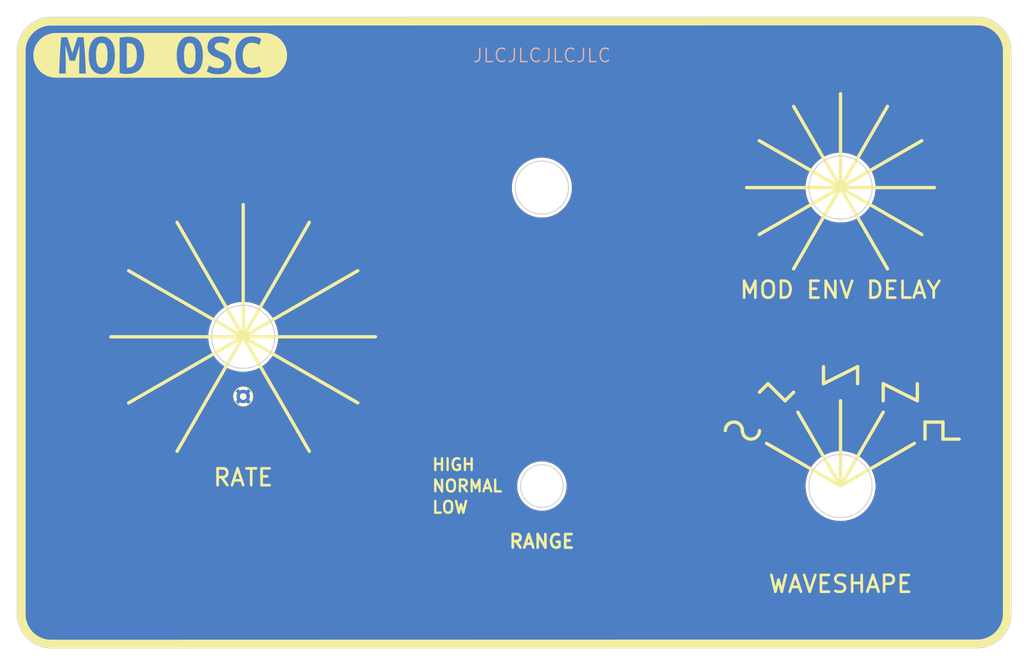
<source format=kicad_pcb>
(kicad_pcb (version 20211014) (generator pcbnew)
  (title_block (title "Josh Ox Ribbon Synth Mod Osc panel") (date "2022-07-13") (rev "0") (comment 2 "creativecommons.org.licences/by.4.0") (comment 3 "license: CC by 4.0") (comment 4 "Author: Jordan Aceto"))
  (layers (0 "F.Cu" signal) (31 "B.Cu" signal) (34 "B.Paste" user) (35 "F.Paste" user) (36 "B.SilkS" user "B.Silkscreen") (37 "F.SilkS" user "F.Silkscreen") (38 "B.Mask" user) (39 "F.Mask" user "footprints") (44 "Edge.Cuts" user))
  (net 0 "")
  (net 1 "GND")
  (footprint "TestPoint:TestPoint_Keystone_5000-5004_Miniature" (layer "F.Cu") (at 96.012 108.331)
    (fp_text reference "TP1" hide)
    (fp_text value "dummy")
    (fp_circle (center 0 0) (end 1.4 0) (layer "F.SilkS") (width 0.15) (fill none))
    (pad "1" thru_hole circle (at 0 0) (size 2 2) (drill 1) (layers *.Cu *.Mask) (net 1 "GND"))
  )
  (footprint "kibuzzard-62C2EBC0" (layer "F.Cu") (at 83.662 57.516)
    (fp_text reference "kibuzzard-62C2EBC0" hide)
    (fp_text value "G***" hide)
    (fp_poly (pts (xy 3.544888 0) (xy 3.552528 0.380901) (xy 3.575447 0.737791) (xy 3.697685 1.335881) (xy 3.955257 1.737519) (xy 4.400551 1.88595) (xy 4.841479 1.737519) (xy 5.103416 1.331516) (xy 5.225654 0.733425) (xy 5.248573 0.379809) (xy 5.256213 0) (xy 5.248573 -0.380901) (xy 5.225654 -0.737791) (xy 5.103416 -1.335881) (xy 4.845844 -1.737519) (xy 4.400551 -1.88595) (xy 3.955257 -1.737519) (xy 3.697685 -1.331516) (xy 3.575447 -0.733425) (xy 3.552528 -0.379809) (xy 3.544888 0)) (layer "F.SilkS") (width 0) (fill solid))
    (fp_poly (pts (xy -9.551987 0) (xy -9.544347 0.380901) (xy -9.521428 0.737791) (xy -9.39919 1.335881) (xy -9.141618 1.737519) (xy -8.696324 1.88595) (xy -8.255396 1.737519) (xy -7.993459 1.331516) (xy -7.871221 0.733425) (xy -7.848302 0.379809) (xy -7.840662 0) (xy -7.848302 -0.380901) (xy -7.871221 -0.737791) (xy -7.993459 -1.335881) (xy -8.251031 -1.737519) (xy -8.696324 -1.88595) (xy -9.141618 -1.737519) (xy -9.39919 -1.331516) (xy -9.521428 -0.733425) (xy -9.544347 -0.379809) (xy -9.551987 0)) (layer "F.SilkS") (width 0) (fill solid))
    (fp_poly (pts (xy -15.043943 -3.332824) (xy -13.839031 -2.697956) (xy -13.686234 -2.226469) (xy -13.489781 -1.60655) (xy -13.280231 -0.934244) (xy -13.079412 -0.305594) (xy -12.861131 -0.973534) (xy -12.642849 -1.637109) (xy -12.450762 -2.2352) (xy -12.293599 -2.697956) (xy -11.403012 -2.697956) (xy -11.342985 -1.999456) (xy -11.28514 -1.318419) (xy -11.232753 -0.649387) (xy -10.643393 0) (xy -10.611197 -0.655662) (xy -10.514607 -1.225649) (xy -10.353625 -1.709961) (xy -10.128249 -2.108597) (xy -9.740194 -2.503928) (xy -9.262886 -2.741127) (xy -8.696324 -2.820194) (xy -8.112301 -2.741127) (xy -7.629172 -2.503928) (xy -7.246937 -2.108597) (xy -7.029201 -1.709961) (xy -6.873676 -1.225649) (xy -6.042024 2.645569) (xy -6.042024 -2.628106) (xy -5.352256 -2.732881) (xy -4.749799 -2.759075) (xy -4.240113 -2.719784) (xy -3.776265 -2.601913) (xy -3.369171 -2.400002) (xy -3.029743 -2.108597) (xy -2.757983 -1.726605) (xy -2.55389 -1.252934) (xy -2.426196 -0.679946) (xy -2.383631 0) (xy 2.453482 0) (xy 2.485678 -0.655662) (xy 2.582268 -1.225649) (xy 2.74325 -1.709961) (xy 2.968626 -2.108597) (xy 3.356681 -2.503928) (xy 3.833989 -2.741127) (xy 4.400551 -2.820194) (xy 4.984574 -2.741127) (xy 5.467703 -2.503928) (xy 5.849938 -2.108597) (xy 6.067674 -1.709961) (xy 6.223199 -1.225649) (xy 6.316514 -0.655662) (xy 6.347619 0) (xy 6.315969 0.655662) (xy 6.221016 1.225649) (xy 6.062762 1.709961) (xy 6.932613 2.409825) (xy 7.246938 1.5367) (xy 7.810104 1.798638) (xy 8.173542 1.890316) (xy 8.609013 1.920875) (xy 9.058672 1.864122) (xy 9.342438 1.706959) (xy 9.486504 1.479947) (xy 9.525794 1.222375) (xy 9.429751 0.925513) (xy 9.185276 0.694134) (xy 8.853488 0.510778) (xy 8.486776 0.357981) (xy 7.980363 0.157163) (xy 7.50451 -0.130969) (xy 7.150894 -0.563166) (xy 7.011194 -1.204913) (xy 7.134523 -1.881584) (xy 7.50451 -2.392363) (xy 7.874618 -2.630047) (xy 8.327188 -2.772657) (xy 8.862219 -2.820194) (xy 9.32825 -2.791817) (xy 9.730979 -2.706688) (xy 10.355263 -2.453481) (xy 10.040938 -1.624013) (xy 9.556354 -1.833563) (xy 8.940801 -1.920875) (xy 8.465433 -1.851995) (xy 8.180212 -1.645356) (xy 8.085138 -1.300956) (xy 8.172451 -1.025922) (xy 8.395097 -0.816372) (xy 8.700691 -0.654844) (xy 9.036844 -0.523875) (xy 9.565085 -0.309959) (xy 10.071497 0.004366) (xy 10.451307 0.493316) (xy 10.56263 0.824012) (xy 10.599738 1.231106) (xy 10.476409 1.904504) (xy 10.106422 2.405459) (xy 9.720792 2.635867) (xy 9.221656 2.774112) (xy 13.533438 2.820194) (xy 12.831058 2.738702) (xy 12.248974 2.494227) (xy 11.787188 2.086769) (xy 11.523613 1.681311) (xy 11.335346 1.198364) (xy 11.222385 0.637927) (xy 11.184732 0) (xy 11.230571 -0.635198) (xy 11.368088 -1.196181) (xy 11.587461 -1.679674) (xy 11.878866 -2.082403) (xy 12.236847 -2.401094) (xy 12.655947 -2.632472) (xy 13.126344 -2.773263) (xy 13.638213 -2.820194) (xy 14.157722 -2.772172) (xy 14.563726 -2.663031) (xy 14.856222 -2.532063) (xy 15.035213 -2.427288) (xy 14.755813 -1.571625) (xy 14.271229 -1.794272) (xy 13.620751 -1.88595) (xy 13.127435 -1.794272) (xy 12.699604 -1.488678) (xy 12.39401 -0.916781) (xy 12.305606 -0.515144) (xy 12.276138 -0.026194) (xy 12.311548 0.542793) (xy 12.417778 1.015735) (xy 12.594829 1.392634) (xy 13.01502 1.762621) (xy 13.638213 1.88595) (xy 14.332347 1.789906) (xy 14.773276 1.597819) (xy 15.043944 2.44475) (xy 14.428391 2.702322) (xy 14.010383 2.790726) (xy 13.533438 2.820194) (xy 9.221656 2.774112) (xy 8.609013 2.820194) (xy 8.004374 2.784177) (xy 7.535069 2.676128) (xy 6.932613 2.409825) (xy 6.062762 1.709961) (xy 5.841207 2.108597) (xy 5.457032 2.503928) (xy 4.979723 2.741127) (xy 4.409282 2.820194) (xy 3.824773 2.741127) (xy 3.340189 2.503928) (xy 2.955529 2.108597) (xy 2.735883 1.709961) (xy 2.578994 1.225649) (xy 2.48486 0.655662) (xy 2.453482 0) (xy -2.383631 0) (xy -2.430561 0.695226) (xy -2.571353 1.279128) (xy -2.795091 1.758255) (xy -3.090862 2.139156) (xy -3.4543 2.426196) (xy -3.88104 2.623741) (xy -4.36235 2.738338) (xy -4.889499 2.776538) (xy -5.452665 2.745978) (xy -6.042024 2.645569) (xy -6.873676 -1.225649) (xy -6.780361 -0.655662) (xy -6.749256 0) (xy -6.780906 0.655662) (xy -6.875859 1.225649) (xy -7.034113 1.709961) (xy -7.255668 2.108597) (xy -7.639843 2.503928) (xy -8.117152 2.741127) (xy -8.687593 2.820194) (xy -9.272102 2.741127) (xy -9.756686 2.503928) (xy -10.141346 2.108597) (xy -10.360992 1.709961) (xy -10.517881 1.225649) (xy -10.612015 0.655662) (xy -10.643393 0) (xy -11.232753 -0.649387) (xy -11.189096 0.013097) (xy -11.15308 0.674489) (xy -11.123612 1.340247) (xy -11.099601 2.015827) (xy -11.079956 2.706688) (xy -12.066587 2.706688) (xy -12.014199 -1.493044) (xy -12.677774 0.794544) (xy -13.463587 0.794544) (xy -14.100968 -1.493044) (xy -14.057312 2.706688) (xy -15.043943 2.706688) (xy -15.016658 2.030016) (xy -14.98719 1.32715) (xy -14.955539 0.61337) (xy -14.921706 -0.096044) (xy -14.883506 -0.792361) (xy -14.838759 -1.46685) (xy -14.787463 -2.106414) (xy -14.729618 -2.697956) (xy -13.839031 -2.697956) (xy -15.043943 -3.332824) (xy -15.556573 -3.332824) (xy -16.206775 -3.268785) (xy -16.83199 -3.079128) (xy -17.408191 -2.771142) (xy -17.913236 -2.356662) (xy -18.327715 -1.851618) (xy -18.635701 -1.275417) (xy -18.825358 -0.650202) (xy -18.889397 0) (xy -18.825358 0.650202) (xy -18.635701 1.275417) (xy -18.327715 1.851618) (xy -17.913236 2.356662) (xy -17.408191 2.771142) (xy -16.83199 3.079128) (xy -16.206775 3.268785) (xy -15.556573 3.332824) (xy -15.043943 3.332824) (xy 15.043944 3.332824) (xy 15.556575 3.332824) (xy 16.206776 3.268784) (xy 16.831991 3.079128) (xy 17.408192 2.771141) (xy 17.913236 2.356662) (xy 18.327715 1.851617) (xy 18.635701 1.275416) (xy 18.825358 0.650202) (xy 18.889397 0) (xy 18.825358 -0.650202) (xy 18.635701 -1.275416) (xy 18.327715 -1.851617) (xy 17.913236 -2.356662) (xy 17.408192 -2.771141) (xy 16.831991 -3.079128) (xy 16.206776 -3.268784) (xy 15.556575 -3.332824) (xy 15.043944 -3.332824) (xy -15.043943 -3.332824)) (layer "F.SilkS") (width 0) (fill solid))
    (fp_poly (pts (xy -4.968081 1.833563) (xy -4.872037 1.842294) (xy -4.775993 1.842294) (xy -4.16044 1.702594) (xy -3.758803 1.318419) (xy -3.540521 0.737791) (xy -3.491408 0.385266) (xy -3.475037 0) (xy -3.527424 -0.681038) (xy -3.710781 -1.266031) (xy -4.068762 -1.672034) (xy -4.653756 -1.824831) (xy -4.810918 -1.820466) (xy -4.968081 -1.798638) (xy -4.968081 1.833563)) (layer "F.SilkS") (width 0) (fill solid))
  )
  (gr_line (start 184.912 121.666) (end 184.912 108.966) (layer "F.SilkS") (width 0.5))
  (gr_line (start 184.912 77.216) (end 172.813625 84.201) (layer "F.SilkS") (width 0.5))
  (gr_line (start 187.452 103.886) (end 187.452 106.426) (layer "F.SilkS") (width 0.5))
  (gr_line (start 96.012 99.441) (end 86.1695 116.48871) (layer "F.SilkS") (width 0.5))
  (gr_line (start 191.262 108.966) (end 191.262 106.426) (layer "F.SilkS") (width 0.5))
  (gr_arc (start 209.708911 140.716) (mid 208.407001 143.859094) (end 205.263911 145.161) (layer "F.SilkS") (width 1.27))
  (gr_line (start 184.912 77.216) (end 177.927 89.314375) (layer "F.SilkS") (width 0.5))
  (gr_line (start 174.117 106.426) (end 176.657 108.966) (layer "F.SilkS") (width 0.5))
  (gr_line (start 196.342 106.426) (end 196.342 108.966) (layer "F.SilkS") (width 0.5))
  (gr_line (start 96.012 99.441) (end 96.012 79.756) (layer "F.SilkS") (width 0.5))
  (gr_line (start 182.372 106.426) (end 187.452 103.886) (layer "F.SilkS") (width 0.5))
  (gr_line (start 67.437 52.451) (end 205.263911 52.419088) (layer "F.SilkS") (width 1.27))
  (gr_line (start 184.912 77.216) (end 177.927 65.117625) (layer "F.SilkS") (width 0.5))
  (gr_line (start 96.012 99.441) (end 76.327 99.441) (layer "F.SilkS") (width 0.5))
  (gr_arc (start 167.767 113.411) (mid 169.037 112.141) (end 170.307 113.411) (layer "F.SilkS") (width 0.5))
  (gr_line (start 197.485 112.141) (end 200.152 112.141) (layer "F.SilkS") (width 0.5))
  (gr_line (start 200.152 114.681) (end 202.565 114.681) (layer "F.SilkS") (width 0.5))
  (gr_line (start 184.912 77.216) (end 197.010375 84.201) (layer "F.SilkS") (width 0.5))
  (gr_line (start 182.372 106.426) (end 182.372 103.886) (layer "F.SilkS") (width 0.5))
  (gr_line (start 96.012 99.441) (end 78.96429 89.5985) (layer "F.SilkS") (width 0.5))
  (gr_arc (start 62.992 56.896) (mid 64.29391 53.75291) (end 67.437 52.451) (layer "F.SilkS") (width 1.27))
  (gr_line (start 96.012 99.441) (end 113.05971 109.2835) (layer "F.SilkS") (width 0.5))
  (gr_line (start 184.912 77.216) (end 172.813625 70.231) (layer "F.SilkS") (width 0.5))
  (gr_arc (start 205.26391 52.41909) (mid 208.406997 53.721003) (end 209.70891 56.86409) (layer "F.SilkS") (width 1.27))
  (gr_line (start 184.912 77.216) (end 198.882 77.216) (layer "F.SilkS") (width 0.5))
  (gr_line (start 184.912 77.216) (end 197.010375 70.231) (layer "F.SilkS") (width 0.5))
  (gr_line (start 96.012 99.441) (end 105.8545 82.39329) (layer "F.SilkS") (width 0.5))
  (gr_line (start 197.485 114.681) (end 197.485 112.141) (layer "F.SilkS") (width 0.5))
  (gr_line (start 184.912 121.666) (end 191.262 110.667478) (layer "F.SilkS") (width 0.5))
  (gr_line (start 184.912 121.666) (end 173.913478 115.316) (layer "F.SilkS") (width 0.5))
  (gr_line (start 172.847 107.696) (end 174.117 106.426) (layer "F.SilkS") (width 0.5))
  (gr_arc (start 67.437001 145.192911) (mid 64.293907 143.891002) (end 62.992001 140.747911) (layer "F.SilkS") (width 1.27))
  (gr_line (start 96.012 99.441) (end 113.05971 89.5985) (layer "F.SilkS") (width 0.5))
  (gr_line (start 184.912 77.216) (end 184.912 63.246) (layer "F.SilkS") (width 0.5))
  (gr_line (start 184.912 121.666) (end 178.562 110.667477) (layer "F.SilkS") (width 0.5))
  (gr_line (start 96.012 99.441) (end 105.8545 116.48871) (layer "F.SilkS") (width 0.5))
  (gr_line (start 209.708911 140.716) (end 209.70891 56.86409) (layer "F.SilkS") (width 1.27))
  (gr_arc (start 172.847 113.411) (mid 171.577 114.681) (end 170.307 113.411) (layer "F.SilkS") (width 0.5))
  (gr_line (start 184.912 121.666) (end 195.910523 115.316) (layer "F.SilkS") (width 0.5))
  (gr_line (start 67.437001 145.192911) (end 205.263911 145.161) (layer "F.SilkS") (width 1.27))
  (gr_line (start 62.992 56.896) (end 62.992001 140.747911) (layer "F.SilkS") (width 1.27))
  (gr_line (start 184.912 77.216) (end 191.897 65.117625) (layer "F.SilkS") (width 0.5))
  (gr_line (start 191.262 106.426) (end 196.342 108.966) (layer "F.SilkS") (width 0.5))
  (gr_line (start 184.912 77.216) (end 191.897 89.314375) (layer "F.SilkS") (width 0.5))
  (gr_line (start 96.012 99.441) (end 86.1695 82.39329) (layer "F.SilkS") (width 0.5))
  (gr_line (start 200.152 112.141) (end 200.152 114.681) (layer "F.SilkS") (width 0.5))
  (gr_line (start 96.012 99.441) (end 115.697 99.441) (layer "F.SilkS") (width 0.5))
  (gr_line (start 184.912 77.216) (end 170.942 77.216) (layer "F.SilkS") (width 0.5))
  (gr_line (start 96.012 99.441) (end 78.96429 109.2835) (layer "F.SilkS") (width 0.5))
  (gr_line (start 176.657 108.966) (end 177.927 107.696) (layer "F.SilkS") (width 0.5))
  (gr_arc (start 67.437 145.796) (mid 63.844898 144.308102) (end 62.357 140.716) (layer "Edge.Cuts") (width 0.1))
  (gr_line (start 62.357 56.896) (end 62.357 140.716) (layer "Edge.Cuts") (width 0.1))
  (gr_circle (center 140.462 77.216) (end 144.4244 77.216) (layer "Edge.Cuts") (width 0.15) (fill none))
  (gr_circle (center 96.012 99.441) (end 100.711 99.441) (layer "Edge.Cuts") (width 0.15) (fill none))
  (gr_arc (start 62.357 56.896) (mid 63.844898 53.303898) (end 67.437 51.816) (layer "Edge.Cuts") (width 0.1))
  (gr_circle (center 184.912 121.666) (end 189.611 121.666) (layer "Edge.Cuts") (width 0.15) (fill none))
  (gr_line (start 210.312 140.716) (end 210.312 56.896) (layer "Edge.Cuts") (width 0.1))
  (gr_arc (start 205.232 51.816) (mid 208.824102 53.303898) (end 210.312 56.896) (layer "Edge.Cuts") (width 0.1))
  (gr_arc (start 210.312 140.716) (mid 208.824102 144.308102) (end 205.232 145.796) (layer "Edge.Cuts") (width 0.1))
  (gr_circle (center 140.462 121.666) (end 143.637 121.666) (layer "Edge.Cuts") (width 0.15) (fill none))
  (gr_line (start 67.437 145.796) (end 205.232 145.796) (layer "Edge.Cuts") (width 0.1))
  (gr_circle (center 184.912 77.216) (end 189.611 77.216) (layer "Edge.Cuts") (width 0.15) (fill none))
  (gr_line (start 205.232 51.816) (end 67.437 51.816) (layer "Edge.Cuts") (width 0.1))
  (gr_text "JLCJLCJLCJLC" (at 140.462 57.531) (layer "B.SilkS") (effects (font (size 2 2) (thickness 0.2))))
  (gr_text "HIGH" (at 123.952 118.491) (layer "F.SilkS") (effects (font (size 1.75 1.75) (thickness 0.35)) (justify left)))
  (gr_text "RATE" (at 96.012 120.396) (layer "F.SilkS") (effects (font (size 2.5 2.5) (thickness 0.4))))
  (gr_text "WAVESHAPE" (at 184.912 136.271) (layer "F.SilkS") (effects (font (size 2.5 2.5) (thickness 0.4))))
  (gr_text "MOD ENV DELAY" (at 184.912 92.456) (layer "F.SilkS") (effects (font (size 2.5 2.5) (thickness 0.4))))
  (gr_text "NORMAL" (at 123.952 121.666) (layer "F.SilkS") (effects (font (size 1.75 1.75) (thickness 0.35)) (justify left)))
  (gr_text "RANGE" (at 140.462 129.921) (layer "F.SilkS") (effects (font (size 2 2) (thickness 0.4))))
  (gr_text "LOW" (at 123.952 124.841) (layer "F.SilkS") (effects (font (size 1.75 1.75) (thickness 0.35)) (justify left)))
  (zone (net 1) (net_name "GND") (layers F&B.Cu) (connect_pads (clearance 0.508)) (min_thickness 0.254) (fill yes (thermal_gap 0.508) (thermal_bridge_width 0.508))
    (polygon (pts (xy 212.217 148.336) (xy 59.817 148.336) (xy 59.817 49.276) (xy 212.217 49.276)))
  )
)
</source>
